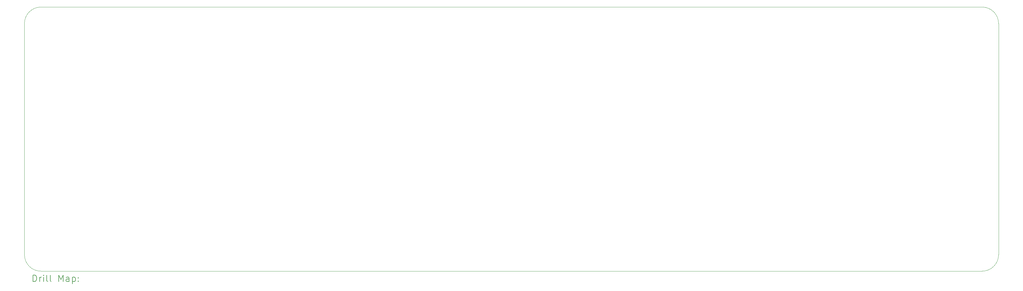
<source format=gbr>
%TF.GenerationSoftware,KiCad,Pcbnew,8.0.6*%
%TF.CreationDate,2024-11-02T14:39:29-05:00*%
%TF.ProjectId,front-panel.processor,66726f6e-742d-4706-916e-656c2e70726f,rev?*%
%TF.SameCoordinates,Original*%
%TF.FileFunction,Drillmap*%
%TF.FilePolarity,Positive*%
%FSLAX45Y45*%
G04 Gerber Fmt 4.5, Leading zero omitted, Abs format (unit mm)*
G04 Created by KiCad (PCBNEW 8.0.6) date 2024-11-02 14:39:29*
%MOMM*%
%LPD*%
G01*
G04 APERTURE LIST*
%ADD10C,0.050000*%
%ADD11C,0.200000*%
G04 APERTURE END LIST*
D10*
X4000000Y-23000000D02*
X32500000Y-23000000D01*
X3500000Y-15500000D02*
X3500000Y-22500000D01*
X32500000Y-15000000D02*
X4000000Y-15000000D01*
X33000000Y-22500000D02*
X33000000Y-15500000D01*
X32500000Y-15000000D02*
G75*
G02*
X33000000Y-15500000I0J-500000D01*
G01*
X4000000Y-23000000D02*
G75*
G02*
X3500000Y-22500000I0J500000D01*
G01*
X3500000Y-15500000D02*
G75*
G02*
X4000000Y-15000000I500000J0D01*
G01*
X33000000Y-22500000D02*
G75*
G02*
X32500000Y-23000000I-500000J0D01*
G01*
D11*
X3758277Y-23313984D02*
X3758277Y-23113984D01*
X3758277Y-23113984D02*
X3805896Y-23113984D01*
X3805896Y-23113984D02*
X3834467Y-23123508D01*
X3834467Y-23123508D02*
X3853515Y-23142555D01*
X3853515Y-23142555D02*
X3863039Y-23161603D01*
X3863039Y-23161603D02*
X3872562Y-23199698D01*
X3872562Y-23199698D02*
X3872562Y-23228269D01*
X3872562Y-23228269D02*
X3863039Y-23266365D01*
X3863039Y-23266365D02*
X3853515Y-23285412D01*
X3853515Y-23285412D02*
X3834467Y-23304460D01*
X3834467Y-23304460D02*
X3805896Y-23313984D01*
X3805896Y-23313984D02*
X3758277Y-23313984D01*
X3958277Y-23313984D02*
X3958277Y-23180650D01*
X3958277Y-23218746D02*
X3967801Y-23199698D01*
X3967801Y-23199698D02*
X3977324Y-23190174D01*
X3977324Y-23190174D02*
X3996372Y-23180650D01*
X3996372Y-23180650D02*
X4015420Y-23180650D01*
X4082086Y-23313984D02*
X4082086Y-23180650D01*
X4082086Y-23113984D02*
X4072562Y-23123508D01*
X4072562Y-23123508D02*
X4082086Y-23133031D01*
X4082086Y-23133031D02*
X4091610Y-23123508D01*
X4091610Y-23123508D02*
X4082086Y-23113984D01*
X4082086Y-23113984D02*
X4082086Y-23133031D01*
X4205896Y-23313984D02*
X4186848Y-23304460D01*
X4186848Y-23304460D02*
X4177324Y-23285412D01*
X4177324Y-23285412D02*
X4177324Y-23113984D01*
X4310658Y-23313984D02*
X4291610Y-23304460D01*
X4291610Y-23304460D02*
X4282086Y-23285412D01*
X4282086Y-23285412D02*
X4282086Y-23113984D01*
X4539229Y-23313984D02*
X4539229Y-23113984D01*
X4539229Y-23113984D02*
X4605896Y-23256841D01*
X4605896Y-23256841D02*
X4672563Y-23113984D01*
X4672563Y-23113984D02*
X4672563Y-23313984D01*
X4853515Y-23313984D02*
X4853515Y-23209222D01*
X4853515Y-23209222D02*
X4843991Y-23190174D01*
X4843991Y-23190174D02*
X4824944Y-23180650D01*
X4824944Y-23180650D02*
X4786848Y-23180650D01*
X4786848Y-23180650D02*
X4767801Y-23190174D01*
X4853515Y-23304460D02*
X4834467Y-23313984D01*
X4834467Y-23313984D02*
X4786848Y-23313984D01*
X4786848Y-23313984D02*
X4767801Y-23304460D01*
X4767801Y-23304460D02*
X4758277Y-23285412D01*
X4758277Y-23285412D02*
X4758277Y-23266365D01*
X4758277Y-23266365D02*
X4767801Y-23247317D01*
X4767801Y-23247317D02*
X4786848Y-23237793D01*
X4786848Y-23237793D02*
X4834467Y-23237793D01*
X4834467Y-23237793D02*
X4853515Y-23228269D01*
X4948753Y-23180650D02*
X4948753Y-23380650D01*
X4948753Y-23190174D02*
X4967801Y-23180650D01*
X4967801Y-23180650D02*
X5005896Y-23180650D01*
X5005896Y-23180650D02*
X5024944Y-23190174D01*
X5024944Y-23190174D02*
X5034467Y-23199698D01*
X5034467Y-23199698D02*
X5043991Y-23218746D01*
X5043991Y-23218746D02*
X5043991Y-23275888D01*
X5043991Y-23275888D02*
X5034467Y-23294936D01*
X5034467Y-23294936D02*
X5024944Y-23304460D01*
X5024944Y-23304460D02*
X5005896Y-23313984D01*
X5005896Y-23313984D02*
X4967801Y-23313984D01*
X4967801Y-23313984D02*
X4948753Y-23304460D01*
X5129705Y-23294936D02*
X5139229Y-23304460D01*
X5139229Y-23304460D02*
X5129705Y-23313984D01*
X5129705Y-23313984D02*
X5120182Y-23304460D01*
X5120182Y-23304460D02*
X5129705Y-23294936D01*
X5129705Y-23294936D02*
X5129705Y-23313984D01*
X5129705Y-23190174D02*
X5139229Y-23199698D01*
X5139229Y-23199698D02*
X5129705Y-23209222D01*
X5129705Y-23209222D02*
X5120182Y-23199698D01*
X5120182Y-23199698D02*
X5129705Y-23190174D01*
X5129705Y-23190174D02*
X5129705Y-23209222D01*
M02*

</source>
